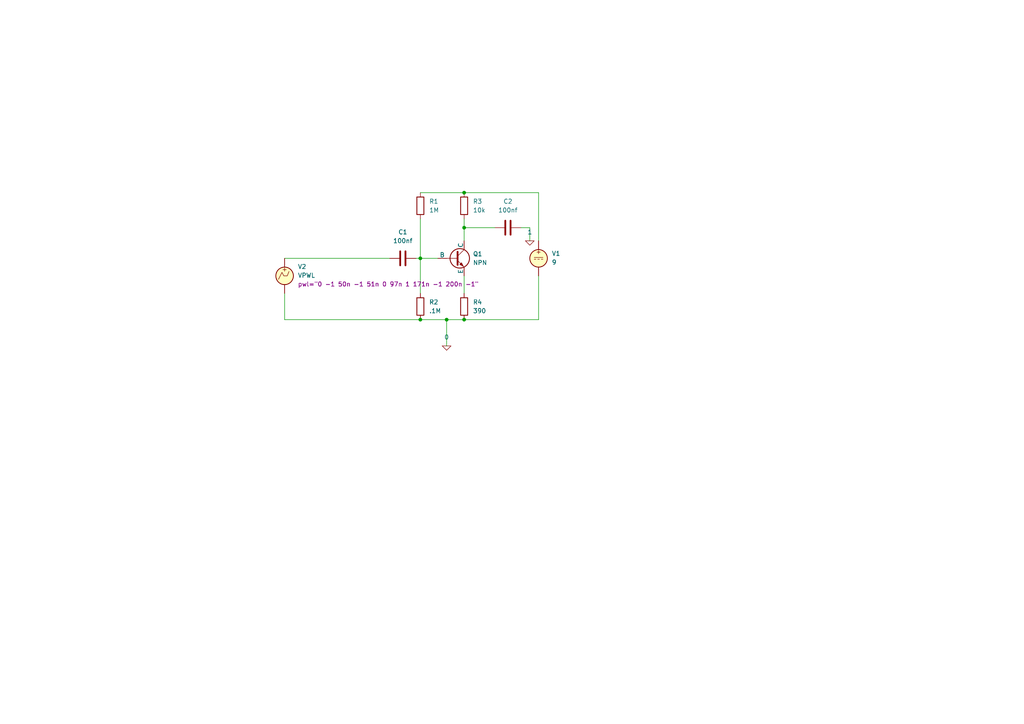
<source format=kicad_sch>
(kicad_sch (version 20250114) (generator "eeschema") (generator_version "9.0")
  (paper "A4")
  (lib_symbols
    (symbol "Device:C" (pin_numbers (hide yes)) (pin_names (offset 0.254))
      (property "Reference" "C" (at 0.635 2.54 0))
      (property "Value" "C" (at 0.635 -2.54 0))
      (symbol "C_0_1"
        (polyline (pts (xy -2.032 0.762) (xy 2.032 0.762)) (stroke (width 0.508)))
        (polyline (pts (xy -2.032 -0.762) (xy 2.032 -0.762)) (stroke (width 0.508)))
      )
      (symbol "C_1_1"
        (pin passive line (at 0 3.81 270) (length 2.794) (name "~") (number "1"))
        (pin passive line (at 0 -3.81 90) (length 2.794) (name "~") (number "2"))
      )
    )
    (symbol "Device:R" (pin_numbers (hide yes)) (pin_names (offset 0))
      (property "Reference" "R" (at 2.032 0 90))
      (property "Value" "R" (at 0 0 90))
      (symbol "R_0_1"
        (rectangle (start -1.016 -2.54) (end 1.016 2.54) (stroke (width 0.254)))
      )
      (symbol "R_1_1"
        (pin passive line (at 0 3.81 270) (length 1.27) (name "~") (number "1"))
        (pin passive line (at 0 -3.81 90) (length 1.27) (name "~") (number "2"))
      )
    )
    (symbol "Simulation_SPICE:0" (power) (pin_numbers (hide yes)) (pin_names (offset 0) (hide yes))
      (property "Value" "0" (at 0 -2.54 0))
      (symbol "0_0_1"
        (polyline (pts (xy -1.27 0) (xy 0 -1.27) (xy 1.27 0) (xy -1.27 0)))
      )
      (symbol "0_1_1"
        (pin power_in line (at 0 0 0) (length 0) (name "~") (number "1"))
      )
    )
    (symbol "Simulation_SPICE:NPN" (pin_numbers (hide yes)) (pin_names (offset 0))
      (property "Reference" "Q" (at -2.54 7.62 0))
      (property "Value" "NPN" (at -2.54 5.08 0))
      (symbol "NPN_0_1"
        (polyline (pts (xy -2.54 0) (xy 0.635 0)) (stroke (width 0.1524)))
        (polyline (pts (xy 0.635 1.905) (xy 0.635 -1.905) (xy 0.635 -1.905)) (stroke (width 0.508)))
        (polyline (pts (xy 0.635 0.635) (xy 2.54 2.54)))
        (polyline (pts (xy 0.635 -0.635) (xy 2.54 -2.54) (xy 2.54 -2.54)))
        (circle (center 1.27 0) (radius 2.8194) (stroke (width 0.254)))
        (polyline (pts (xy 1.27 -1.778) (xy 1.778 -1.27) (xy 2.286 -2.286) (xy 1.27 -1.778) (xy 1.27 -1.778)) (fill (type outline)))
        (polyline (pts (xy 2.794 -1.27) (xy 2.794 -1.27)) (stroke (width 0.1524)))
        (polyline (pts (xy 2.794 -1.27) (xy 2.794 -1.27)) (stroke (width 0.1524)))
      )
      (symbol "NPN_1_1"
        (pin input line (at -5.08 0 0) (length 2.54) (name "B") (number "2"))
        (pin open_collector line (at 2.54 5.08 270) (length 2.54) (name "C") (number "1"))
        (pin open_emitter line (at 2.54 -5.08 90) (length 2.54) (name "E") (number "3"))
      )
    )
    (symbol "Simulation_SPICE:VDC" (pin_numbers (hide yes)) (pin_names (offset 0.0254))
      (property "Reference" "V" (at 2.54 2.54 0))
      (property "Value" "1" (at 2.54 0 0))
      (symbol "VDC_0_0"
        (polyline (pts (xy -1.27 0.254) (xy 1.27 0.254)))
        (polyline (pts (xy -0.762 -0.254) (xy -1.27 -0.254)))
        (polyline (pts (xy 0.254 -0.254) (xy -0.254 -0.254)))
        (polyline (pts (xy 1.27 -0.254) (xy 0.762 -0.254)))
        (text "+" (at 0 1.905 0) (effects (font (size 1.27 1.27))))
      )
      (symbol "VDC_0_1"
        (circle (center 0 0) (radius 2.54) (stroke (width 0.254)) (fill (type background)))
      )
      (symbol "VDC_1_1"
        (pin passive line (at 0 5.08 270) (length 2.54) (name "~") (number "1"))
        (pin passive line (at 0 -5.08 90) (length 2.54) (name "~") (number "2"))
      )
    )
    (symbol "Simulation_SPICE:VPWL" (pin_numbers (hide yes)) (pin_names (offset 0.0254))
      (property "Reference" "V" (at 2.54 2.54 0))
      (property "Value" "VPWL" (at 2.54 0 0))
      (property "Sim.Params" "pwl=\"0 -1 50n -1 51n 0 97n 1 171n -1 200n -1\"" (at 2.54 -2.54 0))
      (symbol "VPWL_0_0"
        (polyline (pts (xy -1.778 -1.016) (xy -0.762 1.016) (xy -0.254 0) (xy 0.762 0) (xy 1.27 1.27)))
        (text "+" (at 0 1.905 0) (effects (font (size 1.27 1.27))))
      )
      (symbol "VPWL_0_1"
        (circle (center 0 0) (radius 2.54) (stroke (width 0.254)) (fill (type background)))
      )
      (symbol "VPWL_1_1"
        (pin passive line (at 0 5.08 270) (length 2.54) (name "~") (number "1"))
        (pin passive line (at 0 -5.08 90) (length 2.54) (name "~") (number "2"))
      )
    )
  )
  (junction (at 121.92 74.93))
  (junction (at 134.62 66.04))
  (junction (at 134.62 92.71))
  (junction (at 121.92 92.71))
  (junction (at 129.54 92.71))
  (junction (at 134.62 55.88))
  (wire (pts (xy 134.62 55.88) (xy 156.21 55.88)))
  (wire (pts (xy 153.67 69.85) (xy 153.67 66.04)))
  (wire (pts (xy 121.92 74.93) (xy 121.92 85.09)))
  (wire (pts (xy 82.55 85.09) (xy 82.55 92.71)))
  (wire (pts (xy 121.92 63.5) (xy 121.92 74.93)))
  (wire (pts (xy 121.92 92.71) (xy 129.54 92.71)))
  (wire (pts (xy 134.62 63.5) (xy 134.62 66.04)))
  (wire (pts (xy 120.65 74.93) (xy 121.92 74.93)))
  (wire (pts (xy 121.92 55.88) (xy 134.62 55.88)))
  (wire (pts (xy 156.21 80.01) (xy 156.21 92.71)))
  (wire (pts (xy 134.62 92.71) (xy 156.21 92.71)))
  (wire (pts (xy 156.21 55.88) (xy 156.21 69.85)))
  (wire (pts (xy 82.55 92.71) (xy 121.92 92.71)))
  (wire (pts (xy 129.54 92.71) (xy 134.62 92.71)))
  (wire (pts (xy 134.62 66.04) (xy 134.62 69.85)))
  (wire (pts (xy 134.62 66.04) (xy 143.51 66.04)))
  (wire (pts (xy 134.62 80.01) (xy 134.62 85.09)))
  (wire (pts (xy 129.54 92.71) (xy 129.54 100.33)))
  (wire (pts (xy 151.13 66.04) (xy 153.67 66.04)))
  (wire (pts (xy 121.92 74.93) (xy 127 74.93)))
  (wire (pts (xy 82.55 74.93) (xy 113.03 74.93)))
  (symbol (lib_id "Simulation_SPICE:VPWL") (at 82.55 80.01 0) (unit 1)
    (property "Reference" "V2" (at 86.36 77.3401 0) (effects (justify left)))
    (property "Value" "VPWL" (at 86.36 79.8801 0) (effects (justify left)))
    (property "Datasheet" "https://ngspice.sourceforge.io/docs/ngspice-html-manual/manual.xhtml#sec_Independent_Sources_for" (effects (hide yes)))
    (property "Description" "Voltage source, piece-wise linear" (effects (hide yes)))
    (property "Sim.Pins" "1=+ 2=-" (effects (hide yes)))
    (property "Sim.Device" "V" (effects (hide yes)))
    (property "Sim.Params" "pwl=\"0 -1 50n -1 51n 0 97n 1 171n -1 200n -1\"" (at 86.36 82.4201 0) (effects (justify left)))
    (property "Sim.Type" "PWL" (effects (hide yes)))
  )
  (symbol (lib_id "Device:R") (at 134.62 88.9 0) (unit 1)
    (property "Reference" "R4" (at 137.16 87.6299 0) (effects (justify left)))
    (property "Value" "390" (at 137.16 90.1699 0) (effects (justify left)))
    (property "Description" "Resistor" (effects (hide yes)))
  )
  (symbol (lib_id "Device:R") (at 121.92 59.69 0) (unit 1)
    (property "Reference" "R1" (at 124.46 58.4199 0) (effects (justify left)))
    (property "Value" "1M" (at 124.46 60.9599 0) (effects (justify left)))
    (property "Description" "Resistor" (effects (hide yes)))
  )
  (symbol (lib_id "Device:C") (at 116.84 74.93 90) (unit 1)
    (property "Reference" "C1" (at 116.84 67.31 90))
    (property "Value" "100nf" (at 116.84 69.85 90))
    (property "Description" "Unpolarized capacitor" (effects (hide yes)))
  )
  (symbol (lib_id "Simulation_SPICE:NPN") (at 132.08 74.93 0) (unit 1)
    (property "Reference" "Q1" (at 137.16 73.6599 0) (effects (justify left)))
    (property "Value" "NPN" (at 137.16 76.1999 0) (effects (justify left)))
    (property "Datasheet" "https://ngspice.sourceforge.io/docs/ngspice-html-manual/manual.xhtml#cha_BJTs" (effects (hide yes)))
    (property "Description" "Bipolar transistor symbol for simulation only, substrate tied to the emitter" (effects (hide yes)))
    (property "Sim.Library" "/home/flower/Documents/ki/Experiments/Transistors/Custom Amp/2n5088.lib" (effects (hide yes)))
    (property "Sim.Name" "2N5088" (effects (hide yes)))
    (property "Sim.Device" "NPN" (effects (hide yes)))
    (property "Sim.Type" "GUMMELPOON" (effects (hide yes)))
    (property "Sim.Pins" "1=C 2=B 3=E" (effects (hide yes)))
  )
  (symbol (lib_id "Device:R") (at 121.92 88.9 0) (unit 1)
    (property "Reference" "R2" (at 124.46 87.6299 0) (effects (justify left)))
    (property "Value" ".1M" (at 124.46 90.1699 0) (effects (justify left)))
    (property "Description" "Resistor" (effects (hide yes)))
  )
  (symbol (lib_id "Device:C") (at 147.32 66.04 90) (unit 1)
    (property "Reference" "C2" (at 147.32 58.42 90))
    (property "Value" "100nf" (at 147.32 60.96 90))
    (property "Description" "Unpolarized capacitor" (effects (hide yes)))
  )
  (symbol (lib_id "Simulation_SPICE:VDC") (at 156.21 74.93 0) (unit 1)
    (property "Reference" "V1" (at 160.02 73.5301 0) (effects (justify left)))
    (property "Value" "9" (at 160.02 76.0701 0) (effects (justify left)))
    (property "Datasheet" "https://ngspice.sourceforge.io/docs/ngspice-html-manual/manual.xhtml#sec_Independent_Sources_for" (effects (hide yes)))
    (property "Description" "Voltage source, DC" (effects (hide yes)))
    (property "Sim.Pins" "1=+ 2=-" (effects (hide yes)))
    (property "Sim.Type" "DC" (effects (hide yes)))
    (property "Sim.Device" "V" (effects (hide yes)))
  )
  (symbol (lib_id "Simulation_SPICE:0") (at 129.54 100.33 0) (unit 1)
    (property "Reference" "#GND01" (effects (hide yes)))
    (property "Value" "0" (at 129.54 97.79 0))
    (property "Datasheet" "https://ngspice.sourceforge.io/docs/ngspice-html-manual/manual.xhtml#subsec_Circuit_elements__device" (effects (hide yes)))
    (property "Description" "0V reference potential for simulation" (effects (hide yes)))
  )
  (symbol (lib_id "Simulation_SPICE:0") (at 153.67 69.85 0) (unit 1)
    (property "Reference" "#GND02" (effects (hide yes)))
    (property "Value" "1" (at 153.67 67.31 0))
    (property "Datasheet" "https://ngspice.sourceforge.io/docs/ngspice-html-manual/manual.xhtml#subsec_Circuit_elements__device" (effects (hide yes)))
    (property "Description" "0V reference potential for simulation" (effects (hide yes)))
  )
  (symbol (lib_id "Device:R") (at 134.62 59.69 0) (unit 1)
    (property "Reference" "R3" (at 137.16 58.4199 0) (effects (justify left)))
    (property "Value" "10k" (at 137.16 60.9599 0) (effects (justify left)))
    (property "Description" "Resistor" (effects (hide yes)))
  )
)
</source>
